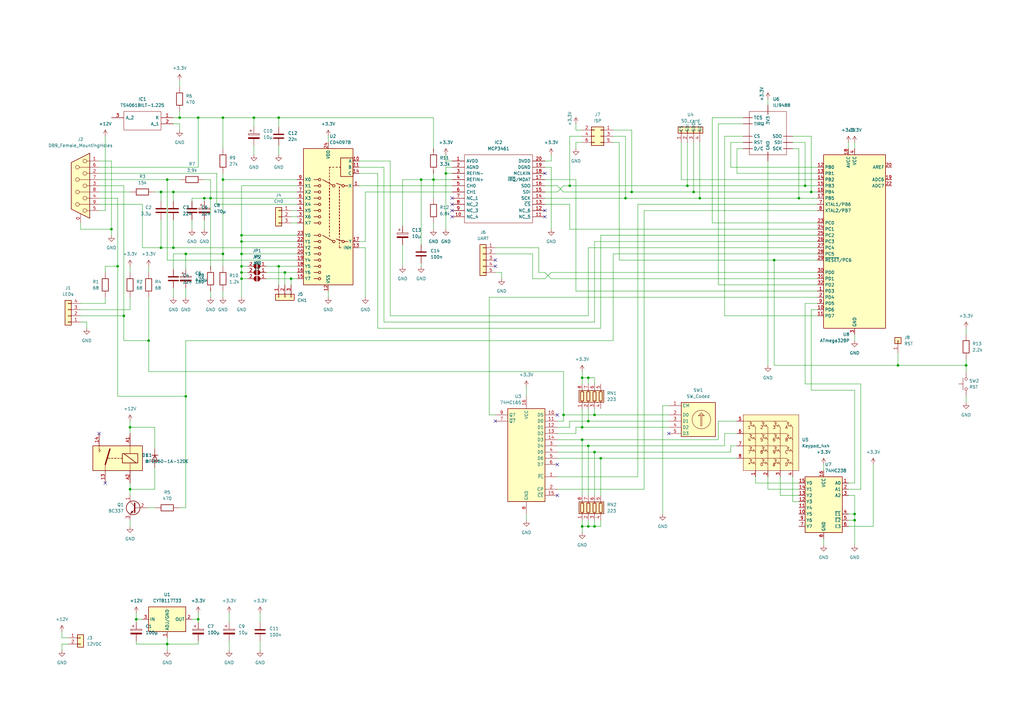
<source format=kicad_sch>
(kicad_sch (version 20231120) (generator "eeschema") (generator_version "8.0")
  (paper "A3")
  (junction (at 76.2 104.14))
  (junction (at 241.3 154.94))
  (junction (at 91.44 48.26))
  (junction (at 327.66 81.28))
  (junction (at 119.38 114.3))
  (junction (at 396.24 149.86))
  (junction (at 287.02 81.28))
  (junction (at 86.36 81.28))
  (junction (at 284.48 78.74))
  (junction (at 114.3 109.22))
  (junction (at 233.68 76.2))
  (junction (at 53.34 175.26))
  (junction (at 350.52 213.36))
  (junction (at 81.28 48.26))
  (junction (at 68.58 264.16))
  (junction (at 99.06 111.76))
  (junction (at 172.72 73.66))
  (junction (at 71.12 101.6))
  (junction (at 83.82 81.28))
  (junction (at 368.3 149.86))
  (junction (at 99.06 114.3))
  (junction (at 238.76 180.34))
  (junction (at 99.06 104.14))
  (junction (at 116.84 111.76))
  (junction (at 182.88 71.12))
  (junction (at 259.08 78.74))
  (junction (at 246.38 187.96))
  (junction (at 241.3 182.88))
  (junction (at 53.34 200.66))
  (junction (at 317.5 106.68))
  (junction (at 241.3 215.9))
  (junction (at 243.84 185.42))
  (junction (at 55.88 254))
  (junction (at 241.3 172.72))
  (junction (at 91.44 104.14))
  (junction (at 231.14 170.18))
  (junction (at 99.06 96.52))
  (junction (at 114.3 48.26))
  (junction (at 330.2 76.2))
  (junction (at 350.52 210.82))
  (junction (at 256.54 81.28))
  (junction (at 281.94 76.2))
  (junction (at 104.14 48.26))
  (junction (at 50.8 129.54))
  (junction (at 73.66 48.26))
  (junction (at 81.28 254))
  (junction (at 66.04 101.6))
  (junction (at 99.06 109.22))
  (junction (at 238.76 215.9))
  (junction (at 60.96 139.7))
  (junction (at 91.44 73.66))
  (junction (at 243.84 215.9))
  (junction (at 243.84 170.18))
  (junction (at 45.72 93.98))
  (junction (at 99.06 99.06))
  (junction (at 76.2 162.56))
  (junction (at 68.58 73.66))
  (junction (at 238.76 175.26))
  (junction (at 66.04 78.74))
  (junction (at 71.12 78.74))
  (junction (at 177.8 73.66))
  (junction (at 48.26 109.22))
  (junction (at 332.74 78.74))
  (junction (at 238.76 154.94))
  (no_connect (at 203.2 172.72))
  (no_connect (at 223.52 71.12))
  (no_connect (at 228.6 170.18))
  (no_connect (at 185.42 81.28))
  (no_connect (at 274.32 177.8))
  (no_connect (at 185.42 88.9))
  (no_connect (at 228.6 203.2))
  (no_connect (at 185.42 83.82))
  (no_connect (at 223.52 86.36))
  (no_connect (at 203.2 106.68))
  (no_connect (at 223.52 88.9))
  (no_connect (at 203.2 109.22))
  (no_connect (at 40.64 177.8))
  (no_connect (at 185.42 86.36))
  (no_connect (at 228.6 190.5))
  (no_connect (at 43.18 198.12))
  (wire (pts (xy 76.2 104.14) (xy 76.2 110.49)))
  (wire (pts (xy 86.36 81.28) (xy 86.36 109.22)))
  (wire (pts (xy 58.42 254) (xy 55.88 254)))
  (wire (pts (xy 218.44 114.3) (xy 218.44 104.14)))
  (wire (pts (xy 243.84 215.9) (xy 246.38 215.9)))
  (wire (pts (xy 99.06 96.52) (xy 99.06 99.06)))
  (wire (pts (xy 281.94 76.2) (xy 330.2 76.2)))
  (wire (pts (xy 63.5 200.66) (xy 53.34 200.66)))
  (wire (pts (xy 243.84 99.06) (xy 335.28 99.06)))
  (wire (pts (xy 302.26 71.12) (xy 335.28 71.12)))
  (wire (pts (xy 91.44 48.26) (xy 91.44 60.96)))
  (wire (pts (xy 246.38 215.9) (xy 246.38 213.36)))
  (wire (pts (xy 66.04 78.74) (xy 71.12 78.74)))
  (wire (pts (xy 81.28 255.27) (xy 81.28 254)))
  (wire (pts (xy 40.64 71.12) (xy 88.9 71.12)))
  (wire (pts (xy 134.62 119.38) (xy 134.62 121.92)))
  (wire (pts (xy 121.92 106.68) (xy 68.58 106.68)))
  (wire (pts (xy 71.12 101.6) (xy 66.04 101.6)))
  (wire (pts (xy 304.8 55.88) (xy 297.18 55.88)))
  (wire (pts (xy 149.86 78.74) (xy 185.42 78.74)))
  (wire (pts (xy 116.84 111.76) (xy 121.92 111.76)))
  (wire (pts (xy 309.88 198.12) (xy 309.88 195.58)))
  (wire (pts (xy 327.66 60.96) (xy 327.66 81.28)))
  (wire (pts (xy 304.8 58.42) (xy 299.72 58.42)))
  (wire (pts (xy 243.84 99.06) (xy 243.84 132.08)))
  (wire (pts (xy 261.62 83.82) (xy 261.62 195.58)))
  (wire (pts (xy 236.22 73.66) (xy 236.22 119.38)))
  (wire (pts (xy 43.18 111.76) (xy 43.18 109.22)))
  (wire (pts (xy 40.64 68.58) (xy 81.28 68.58)))
  (wire (pts (xy 256.54 55.88) (xy 251.46 55.88)))
  (wire (pts (xy 368.3 144.78) (xy 368.3 149.86)))
  (wire (pts (xy 160.02 129.54) (xy 160.02 66.04)))
  (wire (pts (xy 160.02 66.04) (xy 147.32 66.04)))
  (wire (pts (xy 350.52 160.02) (xy 332.74 160.02)))
  (wire (pts (xy 200.66 121.92) (xy 200.66 170.18)))
  (wire (pts (xy 337.82 220.98) (xy 337.82 223.52)))
  (wire (pts (xy 53.34 175.26) (xy 53.34 177.8)))
  (wire (pts (xy 106.68 262.89) (xy 106.68 266.7)))
  (wire (pts (xy 246.38 187.96) (xy 302.26 187.96)))
  (wire (pts (xy 33.02 93.98) (xy 45.72 93.98)))
  (wire (pts (xy 238.76 213.36) (xy 238.76 215.9)))
  (wire (pts (xy 231.14 172.72) (xy 231.14 170.18)))
  (wire (pts (xy 83.82 90.17) (xy 83.82 93.98)))
  (wire (pts (xy 177.8 73.66) (xy 177.8 81.28)))
  (wire (pts (xy 297.18 182.88) (xy 297.18 177.8)))
  (wire (pts (xy 78.74 90.17) (xy 78.74 93.98)))
  (wire (pts (xy 33.02 124.46) (xy 43.18 124.46)))
  (wire (pts (xy 43.18 124.46) (xy 43.18 121.92)))
  (wire (pts (xy 241.3 182.88) (xy 241.3 203.2)))
  (wire (pts (xy 314.96 200.66) (xy 314.96 195.58)))
  (wire (pts (xy 233.68 76.2) (xy 281.94 76.2)))
  (wire (pts (xy 335.28 83.82) (xy 261.62 83.82)))
  (wire (pts (xy 182.88 63.5) (xy 182.88 66.04)))
  (wire (pts (xy 86.36 119.38) (xy 86.36 121.92)))
  (wire (pts (xy 99.06 111.76) (xy 101.6 111.76)))
  (wire (pts (xy 177.8 73.66) (xy 185.42 73.66)))
  (wire (pts (xy 55.88 264.16) (xy 68.58 264.16)))
  (wire (pts (xy 327.66 200.66) (xy 314.96 200.66)))
  (wire (pts (xy 241.3 167.64) (xy 241.3 172.72)))
  (wire (pts (xy 114.3 109.22) (xy 121.92 109.22)))
  (wire (pts (xy 185.42 68.58) (xy 182.88 68.58)))
  (wire (pts (xy 104.14 59.69) (xy 104.14 63.5)))
  (wire (pts (xy 236.22 175.26) (xy 238.76 175.26)))
  (wire (pts (xy 254 106.68) (xy 317.5 106.68)))
  (wire (pts (xy 66.04 78.74) (xy 66.04 82.55)))
  (wire (pts (xy 350.52 58.42) (xy 350.52 60.96)))
  (wire (pts (xy 48.26 162.56) (xy 76.2 162.56)))
  (wire (pts (xy 99.06 114.3) (xy 99.06 121.92)))
  (wire (pts (xy 121.92 101.6) (xy 71.12 101.6)))
  (wire (pts (xy 78.74 82.55) (xy 78.74 81.28)))
  (wire (pts (xy 228.6 76.2) (xy 231.14 78.74)))
  (wire (pts (xy 149.86 121.92) (xy 149.86 101.6)))
  (wire (pts (xy 27.94 264.16) (xy 25.4 264.16)))
  (wire (pts (xy 177.8 91.44) (xy 177.8 93.98)))
  (wire (pts (xy 246.38 96.52) (xy 246.38 134.62)))
  (wire (pts (xy 302.26 60.96) (xy 302.26 71.12)))
  (wire (pts (xy 182.88 71.12) (xy 185.42 71.12)))
  (wire (pts (xy 99.06 104.14) (xy 121.92 104.14)))
  (wire (pts (xy 243.84 132.08) (xy 157.48 132.08)))
  (wire (pts (xy 147.32 76.2) (xy 185.42 76.2)))
  (wire (pts (xy 165.1 100.33) (xy 165.1 109.22)))
  (wire (pts (xy 243.84 185.42) (xy 299.72 185.42)))
  (wire (pts (xy 233.68 55.88) (xy 238.76 55.88)))
  (wire (pts (xy 256.54 81.28) (xy 256.54 55.88)))
  (wire (pts (xy 172.72 73.66) (xy 177.8 73.66)))
  (wire (pts (xy 93.98 262.89) (xy 93.98 266.7)))
  (wire (pts (xy 231.14 78.74) (xy 259.08 78.74)))
  (wire (pts (xy 332.74 55.88) (xy 332.74 78.74)))
  (wire (pts (xy 203.2 170.18) (xy 200.66 170.18)))
  (wire (pts (xy 327.66 205.74) (xy 325.12 205.74)))
  (wire (pts (xy 325.12 58.42) (xy 330.2 58.42)))
  (wire (pts (xy 86.36 73.66) (xy 86.36 81.28)))
  (wire (pts (xy 55.88 262.89) (xy 55.88 264.16)))
  (wire (pts (xy 71.12 82.55) (xy 71.12 78.74)))
  (wire (pts (xy 251.46 139.7) (xy 251.46 104.14)))
  (wire (pts (xy 50.8 76.2) (xy 40.64 76.2)))
  (wire (pts (xy 347.98 203.2) (xy 350.52 203.2)))
  (wire (pts (xy 99.06 99.06) (xy 99.06 104.14)))
  (wire (pts (xy 185.42 66.04) (xy 182.88 66.04)))
  (wire (pts (xy 114.3 48.26) (xy 114.3 52.07)))
  (wire (pts (xy 228.6 172.72) (xy 231.14 172.72)))
  (wire (pts (xy 297.18 177.8) (xy 302.26 177.8)))
  (wire (pts (xy 358.14 215.9) (xy 347.98 215.9)))
  (wire (pts (xy 254 58.42) (xy 251.46 58.42)))
  (wire (pts (xy 218.44 104.14) (xy 203.2 104.14)))
  (wire (pts (xy 231.14 76.2) (xy 233.68 76.2)))
  (wire (pts (xy 241.3 172.72) (xy 274.32 172.72)))
  (wire (pts (xy 99.06 104.14) (xy 99.06 109.22)))
  (wire (pts (xy 228.6 187.96) (xy 246.38 187.96)))
  (wire (pts (xy 76.2 104.14) (xy 91.44 104.14)))
  (wire (pts (xy 236.22 119.38) (xy 335.28 119.38)))
  (wire (pts (xy 182.88 71.12) (xy 182.88 93.98)))
  (wire (pts (xy 53.34 213.36) (xy 53.34 215.9)))
  (wire (pts (xy 220.98 111.76) (xy 220.98 101.6)))
  (wire (pts (xy 304.8 50.8) (xy 294.64 50.8)))
  (wire (pts (xy 233.68 172.72) (xy 241.3 172.72)))
  (wire (pts (xy 281.94 58.42) (xy 281.94 76.2)))
  (wire (pts (xy 119.38 114.3) (xy 121.92 114.3)))
  (wire (pts (xy 119.38 86.36) (xy 121.92 86.36)))
  (wire (pts (xy 236.22 175.26) (xy 236.22 177.8)))
  (wire (pts (xy 200.66 121.92) (xy 335.28 121.92)))
  (wire (pts (xy 368.3 149.86) (xy 396.24 149.86)))
  (wire (pts (xy 254 106.68) (xy 254 58.42)))
  (wire (pts (xy 104.14 48.26) (xy 114.3 48.26)))
  (wire (pts (xy 88.9 71.12) (xy 88.9 83.82)))
  (wire (pts (xy 33.02 132.08) (xy 35.56 132.08)))
  (wire (pts (xy 292.1 48.26) (xy 292.1 91.44)))
  (wire (pts (xy 325.12 205.74) (xy 325.12 195.58)))
  (wire (pts (xy 76.2 139.7) (xy 76.2 162.56)))
  (wire (pts (xy 86.36 81.28) (xy 121.92 81.28)))
  (wire (pts (xy 325.12 60.96) (xy 327.66 60.96)))
  (wire (pts (xy 284.48 58.42) (xy 284.48 78.74)))
  (wire (pts (xy 241.3 215.9) (xy 243.84 215.9)))
  (wire (pts (xy 81.28 251.46) (xy 81.28 254)))
  (wire (pts (xy 68.58 264.16) (xy 81.28 264.16)))
  (wire (pts (xy 134.62 55.88) (xy 134.62 58.42)))
  (wire (pts (xy 147.32 99.06) (xy 149.86 99.06)))
  (wire (pts (xy 299.72 58.42) (xy 299.72 68.58)))
  (wire (pts (xy 45.72 93.98) (xy 45.72 96.52)))
  (wire (pts (xy 53.34 172.72) (xy 53.34 175.26)))
  (wire (pts (xy 223.52 83.82) (xy 233.68 83.82)))
  (wire (pts (xy 337.82 190.5) (xy 337.82 193.04)))
  (wire (pts (xy 91.44 48.26) (xy 104.14 48.26)))
  (wire (pts (xy 68.58 264.16) (xy 68.58 266.7)))
  (wire (pts (xy 353.06 157.48) (xy 330.2 157.48)))
  (wire (pts (xy 114.3 48.26) (xy 177.8 48.26)))
  (wire (pts (xy 226.06 63.5) (xy 226.06 66.04)))
  (wire (pts (xy 76.2 162.56) (xy 76.2 208.28)))
  (wire (pts (xy 238.76 215.9) (xy 238.76 218.44)))
  (wire (pts (xy 241.3 101.6) (xy 335.28 101.6)))
  (wire (pts (xy 332.74 78.74) (xy 335.28 78.74)))
  (wire (pts (xy 228.6 182.88) (xy 241.3 182.88)))
  (wire (pts (xy 238.76 180.34) (xy 294.64 180.34)))
  (wire (pts (xy 73.66 48.26) (xy 81.28 48.26)))
  (wire (pts (xy 279.4 73.66) (xy 279.4 58.42)))
  (wire (pts (xy 71.12 78.74) (xy 121.92 78.74)))
  (wire (pts (xy 251.46 139.7) (xy 76.2 139.7)))
  (wire (pts (xy 350.52 210.82) (xy 350.52 213.36)))
  (wire (pts (xy 238.76 53.34) (xy 236.22 53.34)))
  (wire (pts (xy 215.9 158.75) (xy 215.9 162.56)))
  (wire (pts (xy 259.08 78.74) (xy 284.48 78.74)))
  (wire (pts (xy 43.18 109.22) (xy 48.26 109.22)))
  (wire (pts (xy 347.98 198.12) (xy 350.52 198.12)))
  (wire (pts (xy 241.3 213.36) (xy 241.3 215.9)))
  (wire (pts (xy 55.88 254) (xy 55.88 255.27)))
  (wire (pts (xy 241.3 129.54) (xy 160.02 129.54)))
  (wire (pts (xy 327.66 203.2) (xy 320.04 203.2)))
  (wire (pts (xy 243.84 213.36) (xy 243.84 215.9)))
  (wire (pts (xy 231.14 76.2) (xy 228.6 78.74)))
  (wire (pts (xy 119.38 88.9) (xy 121.92 88.9)))
  (wire (pts (xy 218.44 114.3) (xy 223.52 114.3)))
  (wire (pts (xy 241.3 154.94) (xy 238.76 154.94)))
  (wire (pts (xy 121.92 96.52) (xy 99.06 96.52)))
  (wire (pts (xy 25.4 264.16) (xy 25.4 266.7)))
  (wire (pts (xy 43.18 86.36) (xy 40.64 86.36)))
  (wire (pts (xy 48.26 109.22) (xy 48.26 81.28)))
  (wire (pts (xy 172.72 73.66) (xy 165.1 73.66)))
  (wire (pts (xy 63.5 191.77) (xy 63.5 200.66)))
  (wire (pts (xy 358.14 190.5) (xy 358.14 215.9)))
  (wire (pts (xy 330.2 157.48) (xy 330.2 124.46)))
  (wire (pts (xy 233.68 93.98) (xy 335.28 93.98)))
  (wire (pts (xy 231.14 152.4) (xy 231.14 170.18)))
  (wire (pts (xy 238.76 167.64) (xy 238.76 175.26)))
  (wire (pts (xy 243.84 185.42) (xy 243.84 203.2)))
  (wire (pts (xy 99.06 109.22) (xy 101.6 109.22)))
  (wire (pts (xy 302.26 172.72) (xy 294.64 172.72)))
  (wire (pts (xy 154.94 134.62) (xy 154.94 71.12)))
  (wire (pts (xy 154.94 71.12) (xy 147.32 71.12)))
  (wire (pts (xy 325.12 55.88) (xy 332.74 55.88)))
  (wire (pts (xy 223.52 81.28) (xy 256.54 81.28)))
  (wire (pts (xy 63.5 78.74) (xy 66.04 78.74)))
  (wire (pts (xy 396.24 134.62) (xy 396.24 137.16)))
  (wire (pts (xy 76.2 118.11) (xy 76.2 121.92)))
  (wire (pts (xy 60.96 121.92) (xy 60.96 139.7)))
  (wire (pts (xy 149.86 101.6) (xy 147.32 101.6)))
  (wire (pts (xy 88.9 83.82) (xy 121.92 83.82)))
  (wire (pts (xy 215.9 210.82) (xy 215.9 213.36)))
  (wire (pts (xy 149.86 99.06) (xy 149.86 78.74)))
  (wire (pts (xy 81.28 254) (xy 78.74 254)))
  (wire (pts (xy 172.72 100.33) (xy 172.72 73.66)))
  (wire (pts (xy 73.66 208.28) (xy 76.2 208.28)))
  (wire (pts (xy 353.06 200.66) (xy 353.06 157.48)))
  (wire (pts (xy 71.12 118.11) (xy 71.12 121.92)))
  (wire (pts (xy 121.92 76.2) (xy 99.06 76.2)))
  (wire (pts (xy 243.84 170.18) (xy 274.32 170.18)))
  (wire (pts (xy 264.16 200.66) (xy 264.16 86.36)))
  (wire (pts (xy 203.2 111.76) (xy 205.74 111.76)))
  (wire (pts (xy 284.48 78.74) (xy 332.74 78.74)))
  (wire (pts (xy 264.16 86.36) (xy 335.28 86.36)))
  (wire (pts (xy 347.98 58.42) (xy 347.98 60.96)))
  (wire (pts (xy 63.5 208.28) (xy 60.96 208.28)))
  (wire (pts (xy 294.64 172.72) (xy 294.64 180.34)))
  (wire (pts (xy 68.58 261.62) (xy 68.58 264.16)))
  (wire (pts (xy 68.58 106.68) (xy 68.58 73.66)))
  (wire (pts (xy 99.06 99.06) (xy 121.92 99.06)))
  (wire (pts (xy 53.34 200.66) (xy 53.34 203.2)))
  (wire (pts (xy 228.6 185.42) (xy 243.84 185.42)))
  (wire (pts (xy 226.06 111.76) (xy 335.28 111.76)))
  (wire (pts (xy 238.76 180.34) (xy 238.76 203.2)))
  (wire (pts (xy 347.98 213.36) (xy 350.52 213.36)))
  (wire (pts (xy 236.22 58.42) (xy 238.76 58.42)))
  (wire (pts (xy 33.02 129.54) (xy 50.8 129.54)))
  (wire (pts (xy 58.42 101.6) (xy 66.04 101.6)))
  (wire (pts (xy 63.5 175.26) (xy 53.34 175.26)))
  (wire (pts (xy 294.64 50.8) (xy 294.64 116.84)))
  (wire (pts (xy 396.24 147.32) (xy 396.24 149.86)))
  (wire (pts (xy 177.8 48.26) (xy 177.8 60.96)))
  (wire (pts (xy 27.94 261.62) (xy 25.4 261.62)))
  (wire (pts (xy 40.64 83.82) (xy 58.42 83.82)))
  (wire (pts (xy 114.3 109.22) (xy 114.3 116.84)))
  (wire (pts (xy 350.52 198.12) (xy 350.52 160.02)))
  (wire (pts (xy 81.28 48.26) (xy 81.28 68.58)))
  (wire (pts (xy 40.64 66.04) (xy 45.72 66.04)))
  (wire (pts (xy 50.8 139.7) (xy 50.8 129.54)))
  (wire (pts (xy 93.98 251.46) (xy 93.98 255.27)))
  (wire (pts (xy 350.52 203.2) (xy 350.52 210.82)))
  (wire (pts (xy 83.82 81.28) (xy 86.36 81.28)))
  (wire (pts (xy 71.12 48.26) (xy 73.66 48.26)))
  (wire (pts (xy 317.5 106.68) (xy 335.28 106.68)))
  (wire (pts (xy 205.74 111.76) (xy 205.74 114.3)))
  (wire (pts (xy 223.52 68.58) (xy 226.06 68.58)))
  (wire (pts (xy 243.84 167.64) (xy 243.84 170.18)))
  (wire (pts (xy 48.26 162.56) (xy 48.26 109.22)))
  (wire (pts (xy 241.3 182.88) (xy 297.18 182.88)))
  (wire (pts (xy 58.42 83.82) (xy 58.42 101.6)))
  (wire (pts (xy 83.82 73.66) (xy 86.36 73.66)))
  (wire (pts (xy 33.02 93.98) (xy 33.02 91.44)))
  (wire (pts (xy 55.88 251.46) (xy 55.88 254)))
  (wire (pts (xy 182.88 68.58) (xy 182.88 71.12)))
  (wire (pts (xy 330.2 58.42) (xy 330.2 76.2)))
  (wire (pts (xy 119.38 91.44) (xy 121.92 91.44)))
  (wire (pts (xy 71.12 104.14) (xy 76.2 104.14)))
  (wire (pts (xy 35.56 132.08) (xy 35.56 134.62)))
  (wire (pts (xy 396.24 149.86) (xy 396.24 152.4)))
  (wire (pts (xy 233.68 175.26) (xy 228.6 175.26)))
  (wire (pts (xy 317.5 149.86) (xy 368.3 149.86)))
  (wire (pts (xy 243.84 157.48) (xy 243.84 154.94)))
  (wire (pts (xy 314.96 66.04) (xy 314.96 149.86)))
  (wire (pts (xy 45.72 66.04) (xy 45.72 93.98)))
  (wire (pts (xy 157.48 68.58) (xy 147.32 68.58)))
  (wire (pts (xy 236.22 60.96) (xy 236.22 58.42)))
  (wire (pts (xy 228.6 195.58) (xy 261.62 195.58)))
  (wire (pts (xy 71.12 50.8) (xy 73.66 50.8)))
  (wire (pts (xy 109.22 114.3) (xy 119.38 114.3)))
  (wire (pts (xy 91.44 73.66) (xy 91.44 71.12)))
  (wire (pts (xy 43.18 55.88) (xy 43.18 86.36)))
  (wire (pts (xy 91.44 73.66) (xy 121.92 73.66)))
  (wire (pts (xy 99.06 114.3) (xy 101.6 114.3)))
  (wire (pts (xy 53.34 109.22) (xy 53.34 111.76)))
  (wire (pts (xy 48.26 81.28) (xy 40.64 81.28)))
  (wire (pts (xy 99.06 76.2) (xy 99.06 96.52)))
  (wire (pts (xy 157.48 132.08) (xy 157.48 68.58)))
  (wire (pts (xy 114.3 59.69) (xy 114.3 63.5)))
  (wire (pts (xy 294.64 116.84) (xy 335.28 116.84)))
  (wire (pts (xy 60.96 139.7) (xy 50.8 139.7)))
  (wire (pts (xy 73.66 50.8) (xy 73.66 53.34)))
  (wire (pts (xy 220.98 101.6) (xy 203.2 101.6)))
  (wire (pts (xy 228.6 200.66) (xy 264.16 200.66)))
  (wire (pts (xy 238.76 154.94) (xy 238.76 157.48)))
  (wire (pts (xy 60.96 111.76) (xy 60.96 109.22)))
  (wire (pts (xy 53.34 200.66) (xy 53.34 198.12)))
  (wire (pts (xy 91.44 104.14) (xy 91.44 109.22)))
  (wire (pts (xy 251.46 104.14) (xy 335.28 104.14)))
  (wire (pts (xy 330.2 76.2) (xy 335.28 76.2)))
  (wire (pts (xy 50.8 129.54) (xy 50.8 76.2)))
  (wire (pts (xy 297.18 55.88) (xy 297.18 129.54)))
  (wire (pts (xy 177.8 71.12) (xy 177.8 73.66)))
  (wire (pts (xy 335.28 73.66) (xy 279.4 73.66)))
  (wire (pts (xy 233.68 83.82) (xy 233.68 93.98)))
  (wire (pts (xy 335.28 127) (xy 332.74 127)))
  (wire (pts (xy 223.52 73.66) (xy 236.22 73.66)))
  (wire (pts (xy 304.8 48.26) (xy 292.1 48.26)))
  (wire (pts (xy 83.82 81.28) (xy 78.74 81.28)))
  (wire (pts (xy 330.2 124.46) (xy 335.28 124.46)))
  (wire (pts (xy 73.66 33.02) (xy 73.66 35.56)))
  (wire (pts (xy 106.68 251.46) (xy 106.68 255.27)))
  (wire (pts (xy 220.98 111.76) (xy 223.52 111.76)))
  (wire (pts (xy 238.76 175.26) (xy 274.32 175.26)))
  (wire (pts (xy 335.28 96.52) (xy 246.38 96.52)))
  (wire (pts (xy 327.66 198.12) (xy 309.88 198.12)))
  (wire (pts (xy 314.96 40.64) (xy 314.96 43.18)))
  (wire (pts (xy 228.6 78.74) (xy 223.52 78.74)))
  (wire (pts (xy 109.22 111.76) (xy 116.84 111.76)))
  (wire (pts (xy 271.78 166.37) (xy 271.78 210.82)))
  (wire (pts (xy 81.28 48.26) (xy 91.44 48.26)))
  (wire (pts (xy 292.1 91.44) (xy 335.28 91.44)))
  (wire (pts (xy 332.74 127) (xy 332.74 160.02)))
  (wire (pts (xy 68.58 73.66) (xy 73.66 73.66)))
  (wire (pts (xy 60.96 152.4) (xy 60.96 139.7)))
  (wire (pts (xy 226.06 114.3) (xy 223.52 111.76)))
  (wire (pts (xy 259.08 53.34) (xy 259.08 78.74)))
  (wire (pts (xy 119.38 114.3) (xy 119.38 116.84)))
  (wire (pts (xy 350.52 213.36) (xy 350.52 223.52)))
  (wire (pts (xy 347.98 210.82) (xy 350.52 210.82)))
  (wire (pts (xy 243.84 154.94) (xy 241.3 154.94)))
  (wire (pts (xy 299.72 68.58) (xy 335.28 68.58)))
  (wire (pts (xy 81.28 264.16) (xy 81.28 262.89)))
  (wire (pts (xy 109.22 109.22) (xy 114.3 109.22)))
  (wire (pts (xy 99.06 111.76) (xy 99.06 114.3)))
  (wire (pts (xy 246.38 187.96) (xy 246.38 203.2)))
  (wire (pts (xy 40.64 73.66) (xy 68.58 73.66)))
  (wire (pts (xy 116.84 111.76) (xy 116.84 116.84)))
  (wire (pts (xy 251.46 53.34) (xy 259.08 53.34)))
  (wire (pts (xy 327.66 81.28) (xy 335.28 81.28)))
  (wire (pts (xy 91.44 119.38) (xy 91.44 121.92)))
  (wire (pts (xy 287.02 58.42) (xy 287.02 81.28)))
  (wire (pts (xy 236.22 50.8) (xy 236.22 53.34)))
  (wire (pts (xy 238.76 215.9) (xy 241.3 215.9)))
  (wire (pts (xy 297.18 129.54) (xy 335.28 129.54)))
  (wire (pts (xy 241.3 157.48) (xy 241.3 154.94)))
  (wire (pts (xy 63.5 184.15) (xy 63.5 175.26)))
  (wire (pts (xy 231.14 170.18) (xy 243.84 170.18)))
  (wire (pts (xy 25.4 261.62) (xy 25.4 259.08)))
  (wire (pts (xy 299.72 182.88) (xy 302.26 182.88)))
  (wire (pts (xy 60.96 152.4) (xy 231.14 152.4)))
  (wire (pts (xy 66.04 90.17) (xy 66.04 101.6)))
  (wire (pts (xy 226.06 66.04) (xy 223.52 66.04)))
  (wire (pts (xy 154.94 134.62) (xy 246.38 134.62)))
  (wire (pts (xy 228.6 180.34) (xy 238.76 180.34)))
  (wire (pts (xy 53.34 121.92) (xy 53.34 127)))
  (wire (pts (xy 256.54 81.28) (xy 287.02 81.28)))
  (wire (pts (xy 228.6 76.2) (xy 223.52 76.2)))
  (wire (pts (xy 40.64 78.74) (xy 53.34 78.74)))
  (wire (pts (xy 99.06 109.22) (xy 99.06 111.76)))
  (wire (pts (xy 347.98 200.66) (xy 353.06 200.66)))
  (wire (pts (xy 83.82 82.55) (xy 83.82 81.28)))
  (wire (pts (xy 172.72 107.95) (xy 172.72 109.22)))
  (wire (pts (xy 317.5 106.68) (xy 317.5 149.86)))
  (wire (pts (xy 226.06 114.3) (xy 335.28 114.3)))
  (wire (pts (xy 71.12 90.17) (xy 71.12 101.6)))
  (wire (pts (xy 350.52 137.16) (xy 350.52 139.7)))
  (wire (pts (xy 53.34 127) (xy 33.02 127)))
  (wire (pts (xy 226.06 68.58) (xy 226.06 93.98)))
  (wire (pts (xy 91.44 73.66) (xy 91.44 104.14)))
  (wire (pts (xy 104.14 48.26) (xy 104.14 52.07)))
  (wire (pts (xy 396.24 162.56) (xy 396.24 165.1)))
  (wire (pts (xy 236.22 177.8) (xy 228.6 177.8)))
  (wire (pts (xy 320.04 203.2) (xy 320.04 195.58)))
  (wire (pts (xy 238.76 152.4) (xy 238.76 154.94)))
  (wire (pts (xy 223.52 114.3) (xy 226.06 111.76)))
  (wire (pts (xy 241.3 101.6) (xy 241.3 129.54)))
  (wire (pts (xy 165.1 73.66) (xy 165.1 92.71)))
  (wire (pts (xy 233.68 55.88) (xy 233.68 76.2)))
  (wire (pts (xy 233.68 172.72) (xy 233.68 175.26)))
  (wire (pts (xy 271.78 166.37) (xy 274.32 166.37)))
  (wire (pts (xy 304.8 60.96) (xy 302.26 60.96)))
  (wire (pts (xy 71.12 110.49) (xy 71.12 104.14)))
  (wire (pts (xy 287.02 81.28) (xy 327.66 81.28)))
  (wire (pts (xy 73.66 45.72) (xy 73.66 48.26)))
  (wire (pts (xy 299.72 185.42) (xy 299.72 182.88)))
  (symbol (lib_id "Analog_Switch:CD4097B") (at 134.62 88.9 0) (mirror y) (unit 1)
    (property "Reference" "U2" (at 135.1406 55.88 0) (effects (justify right)))
    (property "Value" "CD4097B" (at 135.1406 58.42 0) (effects (justify right)))
    (property "Footprint" "Package_SO:TSSOP-24_4.4x7.8mm_P0.65mm" (effects (hide yes)))
    (property "Datasheet" "http://www.ti.com/lit/ds/symlink/cd4097b.pdf" (effects (hide yes)))
  )
  (symbol (lib_id "Device:C") (at 78.74 86.36 0) (unit 1)
    (property "Reference" "C6" (at 82.55 85.0899 0) (effects (justify left)))
    (property "Value" "22n" (at 82.55 87.6299 0) (effects (justify left)))
    (property "Footprint" "Capacitor_THT:C_Disc_D5.0mm_W2.5mm_P2.50mm" (effects (hide yes)))
  )
  (symbol (lib_id "power:GND") (at 93.98 266.7 0) (unit 1)
    (property "Reference" "#PWR022" (effects (hide yes)))
    (property "Value" "GND" (at 93.98 271.78 0))
  )
  (symbol (lib_id "74xx:74HC238") (at 337.82 208.28 0) (mirror y) (unit 1)
    (property "Reference" "U7" (at 338.3406 190.5 0) (effects (justify right)))
    (property "Value" "74HC238" (at 338.3406 193.04 0) (effects (justify right)))
    (property "Footprint" "Package_SO:SOP-16_3.9x9.9mm_P1.27mm" (effects (hide yes)))
    (property "Datasheet" "https://www.ti.com/lit/ds/symlink/cd74hc238.pdf" (effects (hide yes)))
  )
  (symbol (lib_id "power:GND") (at 99.06 121.92 0) (unit 1)
    (property "Reference" "#PWR023" (effects (hide yes)))
    (property "Value" "GND" (at 99.06 127 0))
  )
  (symbol (lib_id "Switch:SW_Coded") (at 287.02 172.72 0) (mirror y) (unit 1)
    (property "Reference" "SW1" (at 286.385 160.02 0))
    (property "Value" "SW_Coded" (at 286.385 162.56 0))
    (property "Footprint" "Connector_Molex:Molex_Micro-Latch_53253-0470_1x04_P2.00mm_Vertical" (effects (hide yes)))
  )
  (symbol (lib_id "power:+3.3V") (at 350.52 58.42 0) (mirror y) (unit 1)
    (property "Reference" "#PWR055" (effects (hide yes)))
    (property "Value" "+3.3V" (at 350.52 53.34 0))
  )
  (symbol (lib_id "Regulator_Linear:LD1086DT33TR") (at 68.58 254 0) (unit 1)
    (property "Reference" "U1" (at 68.58 243.84 0))
    (property "Value" "CYT8117T33" (at 68.58 246.38 0))
    (property "Footprint" "Package_TO_SOT_SMD:SOT-223-3_TabPin2" (effects (hide yes)))
    (property "Datasheet" "https://www.st.com/resource/en/datasheet/ld1086.pdf" (effects (hide yes)))
  )
  (symbol (lib_id "power:GND") (at 172.72 109.22 0) (unit 1)
    (property "Reference" "#PWR032" (effects (hide yes)))
    (property "Value" "GND" (at 172.72 114.3 0))
  )
  (symbol (lib_id "ofen:Keypad_4x4") (at 307.34 175.26 0) (unit 1)
    (property "Reference" "U5" (at 328.93 180.3399 0) (effects (justify left)))
    (property "Value" "Keypad_4x4" (at 328.93 182.8799 0) (effects (justify left)))
    (property "Footprint" "Connector_Molex:Molex_Micro-Latch_53253-0870_1x08_P2.00mm_Vertical" (effects (hide yes)))
  )
  (symbol (lib_id "Connector_Generic:Conn_01x04") (at 27.94 129.54 180) (unit 1)
    (property "Reference" "J1" (at 27.94 118.11 0))
    (property "Value" "LEDs" (at 27.94 120.65 0))
    (property "Footprint" "Connector_Molex:Molex_KK-254_AE-6410-04A_1x04_P2.54mm_Vertical" (effects (hide yes)))
  )
  (symbol (lib_id "74xx:74HC165") (at 215.9 185.42 0) (mirror y) (unit 1)
    (property "Reference" "U3" (at 213.8806 162.56 0) (effects (justify left)))
    (property "Value" "74HC165" (at 213.8806 165.1 0) (effects (justify left)))
    (property "Footprint" "Package_SO:TSSOP-16_4.4x5mm_P0.65mm" (effects (hide yes)))
    (property "Datasheet" "https://assets.nexperia.com/documents/data-sheet/74HC_HCT165.pdf" (effects (hide yes)))
  )
  (symbol (lib_id "ofen:R") (at 91.44 66.04 0) (mirror y) (unit 1)
    (property "Reference" "R9" (at 93.98 64.7699 0) (effects (justify right)))
    (property "Value" "27k" (at 93.98 67.3099 0) (effects (justify right)))
    (property "Footprint" "Resistor_THT:R_Axial_DIN0207_L6.3mm_D2.5mm_P10.16mm_Horizontal" (effects (hide yes)))
  )
  (symbol (lib_id "power:GND") (at 149.86 121.92 0) (unit 1)
    (property "Reference" "#PWR030" (effects (hide yes)))
    (property "Value" "GND" (at 149.86 127 0))
  )
  (symbol (lib_id "power:GND") (at 45.72 96.52 0) (unit 1)
    (property "Reference" "#PWR05" (effects (hide yes)))
    (property "Value" "GND" (at 45.72 101.6 0))
  )
  (symbol (lib_id "power:+3.3V") (at 236.22 50.8 0) (unit 1)
    (property "Reference" "#PWR041" (effects (hide yes)))
    (property "Value" "+3.3V" (at 233.68 45.72 90) (effects (justify right)))
  )
  (symbol (lib_id "ofen:SD_card") (at 283.21 53.34 90) (unit 1)
    (property "Reference" "U4" (at 283.21 46.99 90))
    (property "Value" "SD_card" (at 283.21 49.53 90))
    (property "Footprint" "Connector_Molex:Molex_Micro-Latch_53253-0470_1x04_P2.00mm_Vertical" (effects (hide yes)))
  )
  (symbol (lib_id "power:GND") (at 350.52 139.7 0) (unit 1)
    (property "Reference" "#PWR056" (effects (hide yes)))
    (property "Value" "GND" (at 350.52 144.78 0))
  )
  (symbol (lib_id "power:+3.3V") (at 396.24 134.62 0) (mirror y) (unit 1)
    (property "Reference" "#PWR059" (effects (hide yes)))
    (property "Value" "+3.3V" (at 396.24 129.54 0))
  )
  (symbol (lib_id "power:+12V") (at 55.88 251.46 0) (unit 1)
    (property "Reference" "#PWR09" (effects (hide yes)))
    (property "Value" "+12V" (at 55.88 246.38 0))
  )
  (symbol (lib_id "power:+3.3V") (at 358.14 190.5 0) (mirror y) (unit 1)
    (property "Reference" "#PWR058" (effects (hide yes)))
    (property "Value" "+3.3V" (at 358.14 185.42 0))
  )
  (symbol (lib_id "power:+3.3V") (at 238.76 152.4 0) (mirror y) (unit 1)
    (property "Reference" "#PWR043" (effects (hide yes)))
    (property "Value" "+3.3V" (at 238.76 147.32 0))
  )
  (symbol (lib_id "Device:C") (at 71.12 114.3 0) (unit 1)
    (property "Reference" "C4" (at 74.93 113.0299 0) (effects (justify left)))
    (property "Value" "22n" (at 74.93 115.5699 0) (effects (justify left)))
    (property "Footprint" "Capacitor_THT:C_Disc_D5.0mm_W2.5mm_P2.50mm" (effects (hide yes)))
  )
  (symbol (lib_id "power:GND") (at 53.34 215.9 0) (mirror y) (unit 1)
    (property "Reference" "#PWR08" (effects (hide yes)))
    (property "Value" "GND" (at 53.34 220.98 0))
  )
  (symbol (lib_id "power:GND") (at 205.74 114.3 0) (unit 1)
    (property "Reference" "#PWR036" (effects (hide yes)))
    (property "Value" "GND" (at 205.74 119.38 0))
  )
  (symbol (lib_id "power:+3.3V") (at 182.88 63.5 0) (unit 1)
    (property "Reference" "#PWR034" (effects (hide yes)))
    (property "Value" "+3.3V" (at 182.88 58.42 0))
  )
  (symbol (lib_id "power:GND") (at 236.22 60.96 0) (unit 1)
    (property "Reference" "#PWR042" (effects (hide yes)))
    (property "Value" "GND" (at 236.22 66.04 0))
  )
  (symbol (lib_id "ofen:MCP3461T-E_ST") (at 185.42 66.04 0) (unit 1)
    (property "Reference" "IC2" (at 204.47 58.42 0))
    (property "Value" "MCP3461" (at 204.47 60.96 0))
    (property "Footprint" "Package_SO:TSSOP-20_4.4x6.5mm_P0.65mm" (effects (hide yes)))
    (property "Datasheet" "https://ww1.microchip.com/downloads/en/DeviceDoc/MCP3461-2-4-Two-Four-Eight-Channel-153.6%20ksps-Low-Noise-16-Bit-Delta-Sigma-ADC-DS20006180B.pdf" (effects (hide yes)))
    (property "Description" "Analog to Digital Converters - ADC" (effects (hide yes)))
    (property "Height" "1.2" (effects (hide yes)))
    (property "Mouser Part Number" "579-MCP3461T-E/ST" (effects (hide yes)))
    (property "Mouser Price/Stock" "https://www.mouser.co.uk/ProductDetail/Microchip-Technology-Atmel/MCP3461T-E-ST?qs=xZ%2FP%252Ba9zWqbMTCQCU4Y7%252Bg%3D%3D" (effects (hide yes)))
    (property "Manufacturer_Name" "Microchip" (effects (hide yes)))
    (property "Manufacturer_Part_Number" "MCP3461T-E/ST" (effects (hide yes)))
  )
  (symbol (lib_id "power:+3.3V") (at 53.34 109.22 0) (unit 1)
    (property "Reference" "#PWR06" (effects (hide yes)))
    (property "Value" "+3.3V" (at 53.34 104.14 0))
  )
  (symbol (lib_id "power:GND") (at 83.82 93.98 0) (unit 1)
    (property "Reference" "#PWR018" (effects (hide yes)))
    (property "Value" "GND" (at 83.82 99.06 0))
  )
  (symbol (lib_id "Connector_Generic:Conn_01x05") (at 198.12 106.68 0) (mirror y) (unit 1)
    (property "Reference" "J6" (at 198.12 95.25 0))
    (property "Value" "UART" (at 198.12 97.79 0))
    (property "Footprint" "Connector_PinSocket_2.54mm:PinSocket_1x05_P2.54mm_Vertical" (effects (hide yes)))
  )
  (symbol (lib_id "power:GND") (at 91.44 121.92 0) (unit 1)
    (property "Reference" "#PWR020" (effects (hide yes)))
    (property "Value" "GND" (at 91.44 127 0))
  )
  (symbol (lib_id "power:GND") (at 114.3 63.5 0) (unit 1)
    (property "Reference" "#PWR027" (effects (hide yes)))
    (property "Value" "GND" (at 114.3 68.58 0))
  )
  (symbol (lib_id "Jumper:SolderJumper_2_Open") (at 105.41 111.76 180) (unit 1)
    (property "Reference" "JP2" (at 105.41 105.41 0))
    (property "Value" "Y6" (at 105.41 107.95 0))
    (property "Footprint" "Jumper:SolderJumper-2_P1.3mm_Open_RoundedPad1.0x1.5mm" (effects (hide yes)))
  )
  (symbol (lib_id "power:+3.3V") (at 134.62 55.88 0) (unit 1)
    (property "Reference" "#PWR028" (effects (hide yes)))
    (property "Value" "+3.3V" (at 134.62 50.8 0))
  )
  (symbol (lib_id "power:GND") (at 165.1 109.22 0) (unit 1)
    (property "Reference" "#PWR031" (effects (hide yes)))
    (property "Value" "GND" (at 165.1 114.3 0))
  )
  (symbol (lib_id "power:+12V") (at 53.34 172.72 0) (mirror y) (unit 1)
    (property "Reference" "#PWR07" (effects (hide yes)))
    (property "Value" "+12V" (at 53.34 167.64 0))
  )
  (symbol (lib_id "power:GND") (at 226.06 93.98 0) (unit 1)
    (property "Reference" "#PWR040" (effects (hide yes)))
    (property "Value" "GND" (at 226.06 99.06 0))
  )
  (symbol (lib_id "ofen:R") (at 68.58 208.28 270) (unit 1)
    (property "Reference" "R5" (at 68.58 201.93 90))
    (property "Value" "470" (at 68.58 204.47 90))
    (property "Footprint" "Resistor_THT:R_Axial_DIN0207_L6.3mm_D2.5mm_P10.16mm_Horizontal" (effects (hide yes)))
  )
  (symbol (lib_id "Connector_Generic:Conn_02x03_Odd_Even") (at 246.38 55.88 0) (mirror y) (unit 1)
    (property "Reference" "J7" (at 245.11 46.99 0))
    (property "Value" "ISP" (at 245.11 49.53 0))
    (property "Footprint" "Connector_IDC:IDC-Header_2x03_P2.54mm_Vertical" (effects (hide yes)))
  )
  (symbol (lib_id "power:+3.3V") (at 81.28 251.46 0) (unit 1)
    (property "Reference" "#PWR017" (effects (hide yes)))
    (property "Value" "+3.3V" (at 81.28 246.38 0))
  )
  (symbol (lib_id "power:GND") (at 106.68 266.7 0) (unit 1)
    (property "Reference" "#PWR026" (effects (hide yes)))
    (property "Value" "GND" (at 106.68 271.78 0))
  )
  (symbol (lib_id "MCU_Microchip_ATmega:ATmega328P-A") (at 350.52 99.06 0) (mirror y) (unit 1)
    (property "Reference" "U8" (at 348.5006 137.16 0) (effects (justify left)))
    (property "Value" "ATmega328P" (at 348.5006 139.7 0) (effects (justify left)))
    (property "Footprint" "Package_QFP:TQFP-32_7x7mm_P0.8mm" (effects (hide yes)))
    (property "Datasheet" "http://ww1.microchip.com/downloads/en/DeviceDoc/ATmega328_P%20AVR%20MCU%20with%20picoPower%20Technology%20Data%20Sheet%2040001984A.pdf" (effects (hide yes)))
  )
  (symbol (lib_id "power:+3.3V") (at 226.06 63.5 0) (unit 1)
    (property "Reference" "#PWR039" (effects (hide yes)))
    (property "Value" "+3.3V" (at 226.06 58.42 0))
  )
  (symbol (lib_id "Device:C") (at 71.12 86.36 0) (unit 1)
    (property "Reference" "C3" (at 74.93 85.0899 0) (effects (justify left)))
    (property "Value" "22n" (at 74.93 87.6299 0) (effects (justify left)))
    (property "Footprint" "Capacitor_THT:C_Disc_D5.0mm_W2.5mm_P2.50mm" (effects (hide yes)))
  )
  (symbol (lib_id "power:GND") (at 215.9 213.36 0) (mirror y) (unit 1)
    (property "Reference" "#PWR038" (effects (hide yes)))
    (property "Value" "GND" (at 215.9 218.44 0))
  )
  (symbol (lib_id "Device:C_Polarized") (at 93.98 259.08 0) (unit 1)
    (property "Reference" "C9" (at 97.79 256.9209 0) (effects (justify left)))
    (property "Value" "10µ" (at 97.79 259.4609 0) (effects (justify left)))
    (property "Footprint" "Capacitor_THT:CP_Radial_Tantal_D4.5mm_P5.00mm" (effects (hide yes)))
  )
  (symbol (lib_id "Transistor_BJT:BC337") (at 55.88 208.28 0) (mirror y) (unit 1)
    (property "Reference" "Q1" (at 50.8 207.0099 0) (effects (justify left)))
    (property "Value" "BC337" (at 50.8 209.5499 0) (effects (justify left)))
    (property "Footprint" "Package_TO_SOT_THT:TO-92_Inline_Wide" (effects (hide yes)))
    (property "Datasheet" "https://diotec.com/tl_files/diotec/files/pdf/datasheets/bc337.pdf" (effects (hide yes)))
  )
  (symbol (lib_id "ofen:R") (at 58.42 78.74 270) (mirror x) (unit 1)
    (property "Reference" "R3" (at 58.42 72.39 90))
    (property "Value" "15k" (at 58.42 74.93 90))
    (property "Footprint" "Resistor_THT:R_Axial_DIN0207_L6.3mm_D2.5mm_P10.16mm_Horizontal" (effects (hide yes)))
  )
  (symbol (lib_id "Device:C_Polarized") (at 165.1 96.52 0) (unit 1)
    (property "Reference" "C13" (at 168.91 94.3609 0) (effects (justify left)))
    (property "Value" "10µ" (at 168.91 96.9009 0) (effects (justify left)))
    (property "Footprint" "Capacitor_THT:CP_Radial_Tantal_D4.5mm_P5.00mm" (effects (hide yes)))
  )
  (symbol (lib_id "Connector_Generic:Conn_01x02") (at 33.02 261.62 0) (unit 1)
    (property "Reference" "J3" (at 35.56 261.6199 0) (effects (justify left)))
    (property "Value" "12VDC" (at 35.56 264.1599 0) (effects (justify left)))
    (property "Footprint" "Connector_JST:JST_VH_B2P3-VH_1x02_P7.92mm_Vertical" (effects (hide yes)))
  )
  (symbol (lib_id "power:+3.3V") (at 347.98 58.42 0) (mirror y) (unit 1)
    (property "Reference" "#PWR054" (effects (hide yes)))
    (property "Value" "+3.3V" (at 347.98 53.34 0))
  )
  (symbol (lib_id "ofen:R") (at 78.74 73.66 270) (mirror x) (unit 1)
    (property "Reference" "R7" (at 78.74 67.31 90))
    (property "Value" "3,9k" (at 78.74 69.85 90))
    (property "Footprint" "Resistor_THT:R_Axial_DIN0207_L6.3mm_D2.5mm_P10.16mm_Horizontal" (effects (hide yes)))
  )
  (symbol (lib_id "Device:D") (at 63.5 187.96 90) (mirror x) (unit 1)
    (property "Reference" "D1" (at 60.96 186.6899 90) (effects (justify left)))
    (property "Value" "D" (at 60.96 189.2299 90) (effects (justify left)))
    (property "Footprint" "Diode_THT:D_A-405_P7.62mm_Horizontal" (effects (hide yes)))
  )
  (symbol (lib_id "Device:C") (at 172.72 104.14 0) (unit 1)
    (property "Reference" "C14" (at 176.53 102.8699 0) (effects (justify left)))
    (property "Value" "100n" (at 176.53 105.4099 0) (effects (justify left)))
    (property "Footprint" "Capacitor_THT:C_Rect_L10.0mm_W4.0mm_P7.50mm_MKS4" (effects (hide yes)))
  )
  (symbol (lib_id "ofen:R") (at 53.34 116.84 0) (unit 1)
    (property "Reference" "R2" (at 55.88 115.5699 0) (effects (justify left)))
    (property "Value" "68" (at 55.88 118.1099 0) (effects (justify left)))
    (property "Footprint" "Resistor_THT:R_Axial_DIN0207_L6.3mm_D2.5mm_P10.16mm_Horizontal" (effects (hide yes)))
  )
  (symbol (lib_id "power:GND") (at 314.96 149.86 0) (unit 1)
    (property "Reference" "#PWR0101" (effects (hide yes)))
    (property "Value" "GND" (at 314.96 154.94 0))
  )
  (symbol (lib_id "power:+12V") (at 25.4 259.08 0) (unit 1)
    (property "Reference" "#PWR01" (effects (hide yes)))
    (property "Value" "+12V" (at 25.4 254 0))
  )
  (symbol (lib_id "power:GND") (at 104.14 63.5 0) (unit 1)
    (property "Reference" "#PWR024" (effects (hide yes)))
    (property "Value" "GND" (at 104.14 68.58 0))
  )
  (symbol (lib_id "Jumper:SolderJumper_2_Open") (at 105.41 114.3 180) (unit 1)
    (property "Reference" "JP3" (at 105.41 107.95 0))
    (property "Value" "Y7" (at 105.41 110.49 0))
    (property "Footprint" "Jumper:SolderJumper-2_P1.3mm_Open_RoundedPad1.0x1.5mm" (effects (hide yes)))
  )
  (symbol (lib_id "ofen:ILI9488") (at 314.96 55.88 0) (unit 1)
    (property "Reference" "U6" (at 316.9794 40.64 0) (effects (justify left)))
    (property "Value" "ILI9488" (at 316.9794 43.18 0) (effects (justify left)))
    (property "Footprint" "ofen_v2:ribbon_1x10_horizontal" (effects (hide yes)))
  )
  (symbol (lib_id "Device:C") (at 114.3 55.88 0) (unit 1)
    (property "Reference" "C12" (at 118.11 54.6099 0) (effects (justify left)))
    (property "Value" "22n" (at 118.11 57.1499 0) (effects (justify left)))
    (property "Footprint" "Capacitor_THT:C_Disc_D5.0mm_W2.5mm_P2.50mm" (effects (hide yes)))
  )
  (symbol (lib_id "power:GND") (at 35.56 134.62 0) (unit 1)
    (property "Reference" "#PWR03" (effects (hide yes)))
    (property "Value" "GND" (at 35.56 139.7 0))
  )
  (symbol (lib_id "Device:C") (at 66.04 86.36 0) (mirror x) (unit 1)
    (property "Reference" "C2" (at 62.23 85.0899 0) (effects (justify right)))
    (property "Value" "3,3µ" (at 62.23 87.6299 0) (effects (justify right)))
    (property "Footprint" "Capacitor_THT:C_Rect_L7.2mm_W7.2mm_P5.00mm_FKS2_FKP2_MKS2_MKP2" (effects (hide yes)))
  )
  (symbol (lib_id "power:+3.3V") (at 337.82 190.5 0) (mirror y) (unit 1)
    (property "Reference" "#PWR052" (effects (hide yes)))
    (property "Value" "+3.3V" (at 337.82 185.42 0))
  )
  (symbol (lib_id "power:+3.3V") (at 60.96 109.22 0) (mirror y) (unit 1)
    (property "Reference" "#PWR010" (effects (hide yes)))
    (property "Value" "+3.3V" (at 60.96 104.14 0))
  )
  (symbol (lib_id "power:GND") (at 73.66 53.34 0) (unit 1)
    (property "Reference" "#PWR014" (effects (hide yes)))
    (property "Value" "GND" (at 73.66 58.42 0))
  )
  (symbol (lib_id "power:GND") (at 182.88 93.98 0) (unit 1)
    (property "Reference" "#PWR035" (effects (hide yes)))
    (property "Value" "GND" (at 182.88 99.06 0))
  )
  (symbol (lib_id "Relay:RAYEX-L90AS") (at 48.26 187.96 0) (mirror y) (unit 1)
    (property "Reference" "K1" (at 59.69 186.6899 0) (effects (justify right)))
    (property "Value" "HF2160-1A-12DE" (at 59.69 189.2299 0) (effects (justify right)))
    (property "Footprint" "Relay_THT:Relay_SPST_RAYEX-L90AS" (effects (hide yes)))
    (property "Datasheet" "https://a3.sofastcdn.com/attachment/7jioKBjnRiiSrjrjknRiwS77gwbf3zmp/L90-SERIES.pdf" (effects (hide yes)))
  )
  (symbol (lib_id "power:GND") (at 134.62 121.92 0) (unit 1)
    (property "Reference" "#PWR029" (effects (hide yes)))
    (property "Value" "GND" (at 134.62 127 0))
  )
  (symbol (lib_id "power:+3.3V") (at 93.98 251.46 0) (unit 1)
    (property "Reference" "#PWR021" (effects (hide yes)))
    (property "Value" "+3.3V" (at 93.98 246.38 0))
  )
  (symbol (lib_id "Device:C_Polarized") (at 55.88 259.08 0) (unit 1)
    (property "Reference" "C1" (at 59.69 256.9209 0) (effects (justify left)))
    (property "Value" "100µ" (at 59.69 259.4609 0) (effects (justify left)))
    (property "Footprint" "Capacitor_THT:CP_Radial_D6.3mm_P2.50mm" (effects (hide yes)))
  )
  (symbol (lib_id "Device:R_Pack04") (at 243.84 208.28 0) (unit 1)
    (property "Reference" "RN2" (at 248.92 207.0099 0) (effects (justify left)))
    (property "Value" "223" (at 248.92 209.5499 0) (effects (justify left)))
    (property "Footprint" "Resistor_SMD:R_Array_Concave_4x0603" (effects (hide yes)))
  )
  (symbol (lib_id "ofen:R") (at 177.8 86.36 0) (mirror y) (unit 1)
    (property "Reference" "R12" (at 180.34 85.0899 0) (effects (justify right)))
    (property "Value" "6,8k" (at 180.34 87.6299 0) (effects (justify right)))
    (property "Footprint" "Resistor_THT:R_Axial_DIN0207_L6.3mm_D2.5mm_P10.16mm_Horizontal" (effects (hide yes)))
  )
  (symbol (lib_id "power:GND") (at 71.12 121.92 0) (unit 1)
    (property "Reference" "#PWR012" (effects (hide yes)))
    (property "Value" "GND" (at 71.12 127 0))
  )
  (symbol (lib_id "Jumper:SolderJumper_2_Open") (at 105.41 109.22 180) (unit 1)
    (property "Reference" "JP1" (at 105.41 102.87 0))
    (property "Value" "Y5" (at 105.41 105.41 0))
    (property "Footprint" "Jumper:SolderJumper-2_P1.3mm_Open_RoundedPad1.0x1.5mm" (effects (hide yes)))
  )
  (symbol (lib_id "ofen:R") (at 177.8 66.04 0) (mirror y) (unit 1)
    (property "Reference" "R11" (at 180.34 64.7699 0) (effects (justify right)))
    (property "Value" "3,3k" (at 180.34 67.3099 0) (effects (justify right)))
    (property "Footprint" "Resistor_THT:R_Axial_DIN0207_L6.3mm_D2.5mm_P10.16mm_Horizontal" (effects (hide yes)))
  )
  (symbol (lib_id "ofen:R") (at 91.44 114.3 0) (mirror y) (unit 1)
    (property "Reference" "R10" (at 93.98 113.0299 0) (effects (justify right)))
    (property "Value" "1,2k" (at 93.98 115.5699 0) (effects (justify right)))
    (property "Footprint" "Resistor_THT:R_Axial_DIN0207_L6.3mm_D2.5mm_P10.16mm_Horizontal" (effects (hide yes)))
  )
  (symbol (lib_id "ofen:R") (at 396.24 142.24 0) (mirror y) (unit 1)
    (property "Reference" "R13" (at 398.78 140.9699 0) (effects (justify right)))
    (property "Value" "2,2k" (at 398.78 143.5099 0) (effects (justify right)))
    (property "Footprint" "Resistor_THT:R_Axial_DIN0207_L6.3mm_D2.5mm_P10.16mm_Horizontal" (effects (hide yes)))
  )
  (symbol (lib_id "power:GND") (at 76.2 121.92 0) (unit 1)
    (property "Reference" "#PWR015" (effects (hide yes)))
    (property "Value" "GND" (at 76.2 127 0))
  )
  (symbol (lib_id "power:GND") (at 337.82 223.52 0) (mirror y) (unit 1)
    (property "Reference" "#PWR053" (effects (hide yes)))
    (property "Value" "GND" (at 337.82 228.6 0))
  )
  (symbol (lib_id "power:+3.3V") (at 106.68 251.46 0) (unit 1)
    (property "Reference" "#PWR025" (effects (hide yes)))
    (property "Value" "+3.3V" (at 106.68 246.38 0))
  )
  (symbol (lib_id "ofen:R") (at 43.18 116.84 0) (mirror x) (unit 1)
    (property "Reference" "R1" (at 40.64 115.5699 0) (effects (justify right)))
    (property "Value" "68" (at 40.64 118.1099 0) (effects (justify right)))
    (property "Footprint" "Resistor_THT:R_Axial_DIN0207_L6.3mm_D2.5mm_P10.16mm_Horizontal" (effects (hide yes)))
  )
  (symbol (lib_id "Device:R_Pack04") (at 243.84 162.56 0) (unit 1)
    (property "Reference" "RN1" (at 248.92 161.2899 0) (effects (justify left)))
    (property "Value" "223" (at 248.92 163.8299 0) (effects (justify left)))
    (property "Footprint" "Resistor_SMD:R_Array_Concave_4x0603" (effects (hide yes)))
  )
  (symbol (lib_id "power:GND") (at 177.8 93.98 0) (unit 1)
    (property "Reference" "#PWR033" (effects (hide yes)))
    (property "Value" "GND" (at 177.8 99.06 0))
  )
  (symbol (lib_id "ofen:R") (at 73.66 40.64 0) (mirror y) (unit 1)
    (property "Reference" "R6" (at 76.2 39.3699 0) (effects (justify right)))
    (property "Value" "470" (at 76.2 41.9099 0) (effects (justify right)))
    (property "Footprint" "Resistor_THT:R_Axial_DIN0207_L6.3mm_D2.5mm_P10.16mm_Horizontal" (effects (hide yes)))
  )
  (symbol (lib_id "power:GND") (at 86.36 121.92 0) (unit 1)
    (property "Reference" "#PWR019" (effects (hide yes)))
    (property "Value" "GND" (at 86.36 127 0))
  )
  (symbol (lib_id "power:+3.3V") (at 215.9 158.75 0) (mirror y) (unit 1)
    (property "Reference" "#PWR037" (effects (hide yes)))
    (property "Value" "+3.3V" (at 215.9 153.67 0))
  )
  (symbol (lib_id "ofen:TS4061BILT-1.225") (at 71.12 48.26 0) (mirror y) (unit 1)
    (property "Reference" "IC1" (at 58.42 40.64 0))
    (property "Value" "TS4061BILT-1.225" (at 58.42 43.18 0))
    (property "Footprint" "Package_TO_SOT_SMD:SOT-23-3" (effects (hide yes)))
    (property "Datasheet" "https://www.st.com/resource/en/datasheet/ts4061.pdf" (effects (hide yes)))
    (property "Description" "Precision micropower shunt voltage reference" (effects (hide yes)))
    (property "Height" "1.12" (effects (hide yes)))
    (property "Mouser Part Number" "511-TS4061BILT-1.225" (effects (hide yes)))
    (property "Mouser Price/Stock" "https://www.mouser.co.uk/ProductDetail/STMicroelectronics/TS4061BILT-1225?qs=Rlwi1sSxVL6ObLz2CcFuBA%3D%3D" (effects (hide yes)))
    (property "Manufacturer_Name" "STMicroelectronics" (effects (hide yes)))
    (property "Manufacturer_Part_Number" "TS4061BILT-1.225" (effects (hide yes)))
  )
  (symbol (lib_id "Connector_Generic:Conn_01x03") (at 116.84 121.92 90) (mirror x) (unit 1)
    (property "Reference" "J5" (at 121.92 120.6499 90) (effects (justify right)))
    (property "Value" "CH1" (at 121.92 123.1899 90) (effects (justify right)))
    (property "Footprint" "Connector_PinHeader_2.54mm:PinHeader_1x03_P2.54mm_Vertical" (effects (hide yes)))
  )
  (symbol (lib_id "power:GND") (at 68.58 266.7 0) (unit 1)
    (property "Reference" "#PWR011" (effects (hide yes)))
    (property "Value" "GND" (at 68.58 271.78 0))
  )
  (symbol (lib_id "Connector_Generic:Conn_01x03") (at 114.3 88.9 0) (mirror y) (unit 1)
    (property "Reference" "J4" (at 114.3 80.01 0))
    (property "Value" "CH0" (at 114.3 82.55 0))
    (property "Footprint" "Connector_PinHeader_2.54mm:PinHeader_1x03_P2.54mm_Vertical" (effects (hide yes)))
  )
  (symbol (lib_id "power:+3.3V") (at 314.96 40.64 0) (unit 1)
    (property "Reference" "#PWR0102" (effects (hide yes)))
    (property "Value" "+3.3V" (at 312.42 35.56 90) (effects (justify right)))
  )
  (symbol (lib_id "power:GND") (at 25.4 266.7 0) (unit 1)
    (property "Reference" "#PWR02" (effects (hide yes)))
    (property "Value" "GND" (at 25.4 271.78 0))
  )
  (symbol (lib_id "Switch:SW_Push") (at 396.24 157.48 90) (unit 1)
    (property "Reference" "SW2" (at 397.51 156.2099 90) (effects (justify right)))
    (property "Value" "RST" (at 397.51 158.7499 90) (effects (justify right)))
    (property "Footprint" "Button_Switch_THT:SW_Tactile_SPST_Angled_PTS645Vx83-2LFS" (effects (hide yes)))
  )
  (symbol (lib_id "power:GND") (at 350.52 223.52 0) (mirror y) (unit 1)
    (property "Reference" "#PWR057" (effects (hide yes)))
    (property "Value" "GND" (at 350.52 228.6 0))
  )
  (symbol (lib_id "ofen:R") (at 86.36 114.3 0) (mirror x) (unit 1)
    (property "Reference" "R8" (at 83.82 113.0299 0) (effects (justify right)))
    (property "Value" "180" (at 83.82 115.5699 0) (effects (justify right)))
    (property "Footprint" "Resistor_THT:R_Axial_DIN0207_L6.3mm_D2.5mm_P10.16mm_Horizontal" (effects (hide yes)))
  )
  (symbol (lib_id "power:+12V") (at 43.18 55.88 0) (mirror y) (unit 1)
    (property "Reference" "#PWR04" (effects (hide yes)))
    (property "Value" "+12V" (at 43.18 50.8 0))
  )
  (symbol (lib_id "power:GND") (at 271.78 210.82 0) (mirror y) (unit 1)
    (property "Reference" "#PWR045" (effects (hide yes)))
    (property "Value" "GND" (at 271.78 215.9 0))
  )
  (symbol (lib_id "Connector_Generic:Conn_01x01") (at 368.3 139.7 90) (unit 1)
    (property "Reference" "J8" (at 370.84 138.4299 90) (effects (justify right)))
    (property "Value" "RST" (at 370.84 140.9699 90) (effects (justify right)))
    (property "Footprint" "Connector_PinHeader_2.54mm:PinHeader_1x01_P2.54mm_Vertical" (effects (hide yes)))
  )
  (symbol (lib_id "Device:C_Polarized") (at 104.14 55.88 0) (unit 1)
    (property "Reference" "C10" (at 107.95 53.7209 0) (effects (justify left)))
    (property "Value" "10µ" (at 107.95 56.2609 0) (effects (justify left)))
    (property "Footprint" "Capacitor_THT:CP_Radial_Tantal_D4.5mm_P5.00mm" (effects (hide yes)))
  )
  (symbol (lib_id "Device:C") (at 106.68 259.08 0) (unit 1)
    (property "Reference" "C11" (at 110.49 257.8099 0) (effects (justify left)))
    (property "Value" "100n" (at 110.49 260.3499 0) (effects (justify left)))
    (property "Footprint" "Capacitor_THT:C_Rect_L10.0mm_W4.0mm_P7.50mm_MKS4" (effects (hide yes)))
  )
  (symbol (lib_id "power:GND") (at 238.76 218.44 0) (mirror y) (unit 1)
    (property "Reference" "#PWR044" (effects (hide yes)))
    (property "Value" "GND" (at 238.76 223.52 0))
  )
  (symbol (lib_id "power:GND") (at 78.74 93.98 0) (unit 1)
    (property "Reference" "#PWR016" (effects (hide yes)))
    (property "Value" "GND" (at 78.74 99.06 0))
  )
  (symbol (lib_id "power:GND") (at 396.24 165.1 0) (unit 1)
    (property "Reference" "#PWR060" (effects (hide yes)))
    (property "Value" "GND" (at 396.24 170.18 0))
  )
  (symbol (lib_id "Device:C_Polarized") (at 83.82 86.36 0) (unit 1)
    (property "Reference" "C8" (at 87.63 84.2009 0) (effects (justify left)))
    (property "Value" "470µ" (at 87.63 86.7409 0) (effects (justify left)))
    (property "Footprint" "Capacitor_THT:CP_Radial_D10.0mm_P5.00mm" (effects (hide yes)))
  )
  (symbol (lib_id "ofen:R") (at 60.96 116.84 0) (mirror y) (unit 1)
    (property "Reference" "R4" (at 63.5 115.5699 0) (effects (justify right)))
    (property "Value" "68" (at 63.5 118.1099 0) (effects (justify right)))
    (property "Footprint" "Resistor_THT:R_Axial_DIN0207_L6.3mm_D2.5mm_P10.16mm_Horizontal" (effects (hide yes)))
  )
  (symbol (lib_id "Connector:DB9_Female_MountingHoles") (at 33.02 76.2 0) (mirror y) (unit 1)
    (property "Reference" "J2" (at 33.02 57.15 0))
    (property "Value" "DB9_Female_MountingHoles" (at 33.02 59.69 0))
    (property "Footprint" "Connector_Dsub:DSUB-9_Female_Horizontal_P2.77x2.84mm_EdgePinOffset7.70mm_Housed_MountingHolesOffset9.12mm" (effects (hide yes)))
    (property "Datasheet" " ~" (effects (hide yes)))
  )
  (symbol (lib_id "power:+3.3V") (at 73.66 33.02 0) (unit 1)
    (property "Reference" "#PWR013" (effects (hide yes)))
    (property "Value" "+3.3V" (at 73.66 27.94 0))
  )
  (symbol (lib_id "Device:C_Polarized") (at 81.28 259.08 0) (unit 1)
    (property "Reference" "C7" (at 85.09 256.9209 0) (effects (justify left)))
    (property "Value" "100µ" (at 85.09 259.4609 0) (effects (justify left)))
    (property "Footprint" "Capacitor_THT:CP_Radial_D6.3mm_P2.50mm" (effects (hide yes)))
  )
  (symbol (lib_id "Device:C_Polarized") (at 76.2 114.3 0) (unit 1)
    (property "Reference" "C5" (at 80.01 112.1409 0) (effects (justify left)))
    (property "Value" "470µ" (at 80.01 114.6809 0) (effects (justify left)))
    (property "Footprint" "Capacitor_THT:CP_Radial_D10.0mm_P5.00mm" (effects (hide yes)))
  )
)
</source>
